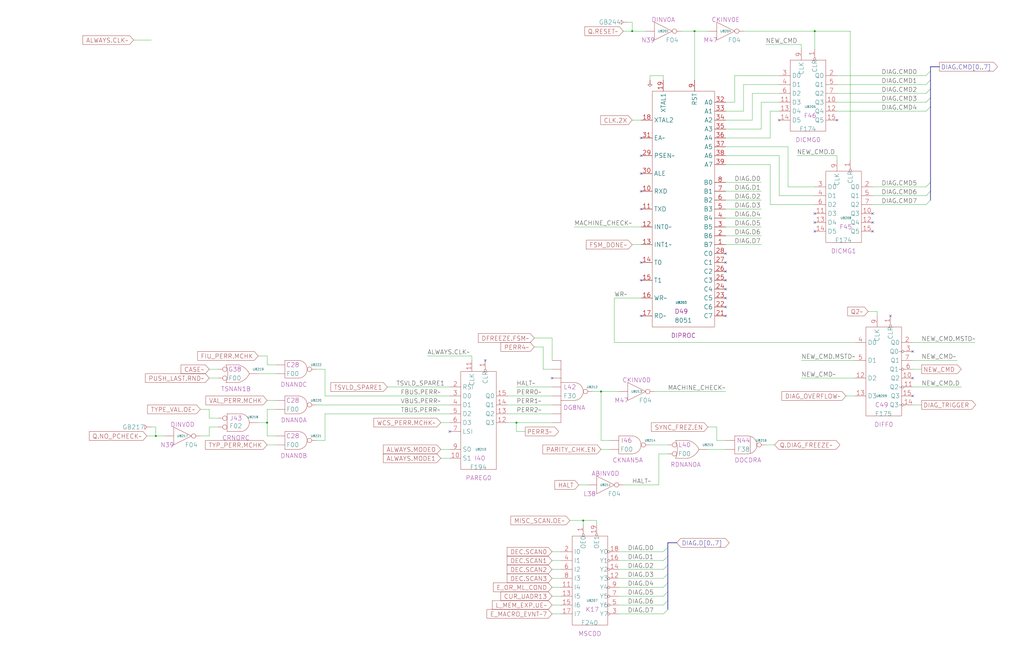
<source format=kicad_sch>
(kicad_sch (version 20230121) (generator eeschema)
  (paper "User" 584.2 378.46)
  (title_block (title "DIAGNOSTIC PROCESSOR") (date "22-MAY-90") (rev "1.0") (comment 1 "SEQUENCER") (comment 2 "232-003064") (comment 3 "S400") (comment 4 "RELEASED"))
  (lib_symbols
    (symbol "r1000:8051" (pin_names (offset 1.016))
      (property "Reference" "U" (at 2.54 5.08 0))
      (property "Value" "8051" (at -1.27 -5.08 0))
      (property "Location" "___" (at -1.27 0 0))
      (property "Name" "______" (at 3.81 -15.24 0))
      (symbol "8051_1_1"
        (rectangle (start -13.97 125.73) (end 21.59 -8.89))
        (pin bidirectional line (at 27.94 38.1 180) (length 6.35) (name "B7") (number "1"))
        (pin input line (at -20.32 68.58 0) (length 6.35) (name "RXD") (number "10"))
        (pin output line (at -20.32 58.42 0) (length 6.35) (name "TXD") (number "11"))
        (pin input line (at -20.32 48.26 0) (length 6.35) (name "INT0~") (number "12"))
        (pin input line (at -20.32 38.1 0) (length 6.35) (name "INT1~") (number "13"))
        (pin bidirectional line (at -20.32 27.94 0) (length 6.35) (name "T0") (number "14"))
        (pin input line (at -20.32 17.78 0) (length 6.35) (name "T1") (number "15"))
        (pin output line (at -20.32 7.62 0) (length 6.35) (name "WR~") (number "16"))
        (pin bidirectional line (at -20.32 -2.54 0) (length 6.35) (name "RD~") (number "17"))
        (pin input line (at -20.32 109.22 0) (length 6.35) (name "XTAL2") (number "18"))
        (pin input line (at -7.62 132.08 270) (length 6.35) (name "XTAL1") (number "19"))
        (pin bidirectional line (at 27.94 43.18 180) (length 6.35) (name "B6") (number "2"))
        (pin bidirectional line (at 27.94 -2.54 180) (length 6.35) (name "C7") (number "21"))
        (pin bidirectional line (at 27.94 2.54 180) (length 6.35) (name "C6") (number "22"))
        (pin bidirectional line (at 27.94 7.62 180) (length 6.35) (name "C5") (number "23"))
        (pin bidirectional line (at 27.94 12.7 180) (length 6.35) (name "C4") (number "24"))
        (pin bidirectional line (at 27.94 17.78 180) (length 6.35) (name "C3") (number "25"))
        (pin bidirectional line (at 27.94 22.86 180) (length 6.35) (name "C2") (number "26"))
        (pin bidirectional line (at 27.94 27.94 180) (length 6.35) (name "C1") (number "27"))
        (pin bidirectional line (at 27.94 33.02 180) (length 6.35) (name "C0") (number "28"))
        (pin output line (at -20.32 88.9 0) (length 6.35) (name "PSEN~") (number "29"))
        (pin bidirectional line (at 27.94 48.26 180) (length 6.35) (name "B5") (number "3"))
        (pin output line (at -20.32 78.74 0) (length 6.35) (name "ALE") (number "30"))
        (pin input line (at -20.32 99.06 0) (length 6.35) (name "EA~") (number "31"))
        (pin output line (at 27.94 119.38 180) (length 6.35) (name "A0") (number "32"))
        (pin output line (at 27.94 114.3 180) (length 6.35) (name "A1") (number "33"))
        (pin output line (at 27.94 109.22 180) (length 6.35) (name "A2") (number "34"))
        (pin output line (at 27.94 104.14 180) (length 6.35) (name "A3") (number "35"))
        (pin output line (at 27.94 99.06 180) (length 6.35) (name "A4") (number "36"))
        (pin output line (at 27.94 93.98 180) (length 6.35) (name "A5") (number "37"))
        (pin output line (at 27.94 88.9 180) (length 6.35) (name "A6") (number "38"))
        (pin output line (at 27.94 83.82 180) (length 6.35) (name "A7") (number "39"))
        (pin bidirectional line (at 27.94 53.34 180) (length 6.35) (name "B4") (number "4"))
        (pin bidirectional line (at 27.94 58.42 180) (length 6.35) (name "B3") (number "5"))
        (pin bidirectional line (at 27.94 63.5 180) (length 6.35) (name "B2") (number "6"))
        (pin bidirectional line (at 27.94 68.58 180) (length 6.35) (name "B1") (number "7"))
        (pin bidirectional line (at 27.94 73.66 180) (length 6.35) (name "B0") (number "8"))
        (pin input line (at 10.16 132.08 270) (length 6.35) (name "RST") (number "9"))
      )
    )
    (symbol "r1000:F00" (pin_numbers hide) (pin_names hide)
      (property "Reference" "U" (at 15.24 0 0))
      (property "Value" "F00" (at 1.905 -5.08 0))
      (property "Location" "___" (at 1.905 0 0))
      (property "Name" "______" (at 2.54 -12.7 0))
      (symbol "F00_0_1"
        (polyline (pts (xy -2.54 -7.62) (xy 5.08 -7.62)) (stroke (width 0.1524)))
        (polyline (pts (xy -2.54 2.54) (xy -2.54 -7.62)) (stroke (width 0.1524)))
        (polyline (pts (xy -2.54 2.54) (xy 5.08 2.54)) (stroke (width 0.1524)))
        (arc (start 5.08 -7.62) (mid 10.1282 -2.54) (end 5.08 2.54) (stroke (width 0.1524)))
        (circle (center 11.43 -2.54) (radius 1.27) (stroke (width 0.1524)))
      )
      (symbol "F00_0_2"
        (circle (center -3.81 -5.08) (radius 1.27) (stroke (width 0.1524)))
        (circle (center -3.81 0) (radius 1.27) (stroke (width 0.1524)))
        (arc (start -3.175 -7.62) (mid -2.134 -2.54) (end -3.175 2.54) (stroke (width 0.1524)))
        (polyline (pts (xy -3.175 -7.62) (xy 3.81 -7.62)) (stroke (width 0.1524)))
        (polyline (pts (xy -3.175 2.54) (xy 3.81 2.54)) (stroke (width 0.1524)))
        (arc (start 3.81 -7.62) (mid 7.5855 -5.8306) (end 10.16 -2.54) (stroke (width 0.1524)))
        (arc (start 10.16 -2.54) (mid 7.5827 0.7471) (end 3.81 2.54) (stroke (width 0.1524)))
      )
      (symbol "F00_1_1"
        (pin input line (at -7.62 0 0) (length 5.08) (name "D0") (number "1"))
        (pin input line (at -7.62 -5.08 0) (length 5.08) (name "D1") (number "2"))
        (pin output line (at 15.24 -2.54 180) (length 2.54) (name "Q") (number "3"))
      )
      (symbol "F00_1_2"
        (pin input line (at -7.62 0 0) (length 2.54) (name "D0") (number "1"))
        (pin input line (at -7.62 -5.08 0) (length 2.54) (name "D1") (number "2"))
        (pin output line (at 15.24 -2.54 180) (length 5.08) (name "Q") (number "3"))
      )
    )
    (symbol "r1000:F02" (pin_numbers hide) (pin_names hide)
      (property "Reference" "U" (at 12.16 0.635 0))
      (property "Value" "F02" (at -1.27 -4.445 0))
      (property "Location" "___" (at 2.54 0 0))
      (property "Name" "______" (at 2.54 -12.7 0))
      (symbol "F02_0_1"
        (arc (start -3.81 -7.62) (mid -2.9847 -2.54) (end -3.81 2.54) (stroke (width 0.1524)))
        (polyline (pts (xy -5.08 -5.08) (xy -3.175 -5.08)) (stroke (width 0.1524)))
        (polyline (pts (xy -5.08 0) (xy -3.175 0)) (stroke (width 0.1524)))
        (polyline (pts (xy -3.81 -7.62) (xy 2.54 -7.62)) (stroke (width 0.1524)))
        (polyline (pts (xy -3.81 2.54) (xy 2.54 2.54)) (stroke (width 0.1524)))
        (polyline (pts (xy 13.97 -2.54) (xy 12.7 -2.54)) (stroke (width 0.1524)))
        (arc (start 2.54 -7.62) (mid 6.9515 -5.9823) (end 10.16 -2.54) (stroke (width 0.1524)))
        (arc (start 10.16 -2.54) (mid 6.9478 0.8966) (end 2.54 2.54) (stroke (width 0.1524)))
        (circle (center 11.43 -2.54) (radius 1.27) (stroke (width 0.1524)))
      )
      (symbol "F02_0_2"
        (circle (center -3.81 -5.08) (radius 1.27) (stroke (width 0.1524)))
        (circle (center -3.81 0) (radius 1.27) (stroke (width 0.1524)))
        (polyline (pts (xy -2.54 -7.62) (xy 5.08 -7.62)) (stroke (width 0.1524)))
        (polyline (pts (xy -2.54 2.54) (xy -2.54 -7.62)) (stroke (width 0.1524)))
        (polyline (pts (xy -2.54 2.54) (xy 5.08 2.54)) (stroke (width 0.1524)))
        (polyline (pts (xy 11.43 -2.54) (xy 10.16 -2.54)) (stroke (width 0.1524)))
        (polyline (pts (xy 11.43 -2.54) (xy 12.7 -2.54)) (stroke (width 0.1524)))
        (arc (start 5.08 -7.62) (mid 10.1282 -2.54) (end 5.08 2.54) (stroke (width 0.1524)))
      )
      (symbol "F02_1_1"
        (pin input line (at -7.62 0 0) (length 2.54) (name "D0") (number "1"))
        (pin input line (at -7.62 -5.08 0) (length 2.54) (name "D1") (number "2"))
        (pin output line (at 15.24 -2.54 180) (length 1.27) (name "Q") (number "3"))
      )
      (symbol "F02_1_2"
        (pin input line (at -7.62 0 0) (length 2.54) (name "D0") (number "1"))
        (pin input line (at -7.62 -5.08 0) (length 2.54) (name "D1") (number "2"))
        (pin output line (at 15.24 -2.54 180) (length 2.54) (name "Q") (number "3"))
      )
    )
    (symbol "r1000:F04" (pin_numbers hide) (pin_names hide)
      (property "Reference" "U" (at 0 0 0))
      (property "Value" "F04" (at 1.27 -5.08 0))
      (property "Location" "___" (at -12.7 -5.08 0))
      (property "Name" "______" (at 0 5.08 0))
      (symbol "F04_0_1"
        (polyline (pts (xy -7.62 0) (xy -5.08 0)) (stroke (width 0.1524)))
        (polyline (pts (xy -5.08 5.08) (xy -5.08 -5.08)) (stroke (width 0.1524)))
        (polyline (pts (xy 5.08 0) (xy -5.08 -5.08)) (stroke (width 0.1524)))
        (polyline (pts (xy 5.08 0) (xy -5.08 5.08)) (stroke (width 0.1524)))
        (circle (center 6.35 0) (radius 1.27) (stroke (width 0.1524)))
      )
      (symbol "F04_1_1"
        (pin input line (at -10.16 0 0) (length 2.54) (name "D0") (number "1"))
        (pin output line (at 10.16 0 180) (length 2.54) (name "Q") (number "2"))
      )
    )
    (symbol "r1000:F174" (pin_names (offset 1.016))
      (property "Reference" "U" (at 2.54 5.08 0))
      (property "Value" "F174" (at -3.81 -7.62 0))
      (property "Location" "___" (at -1.27 0 0))
      (property "Name" "______" (at 1.27 -15.24 0))
      (symbol "F174_1_1"
        (rectangle (start -8.89 31.75) (end 11.43 -8.89))
        (circle (center 5.08 32.385) (radius 0.635))
        (pin input line (at 5.08 38.1 270) (length 5.08) (name "CLR") (number "1"))
        (pin output line (at 17.78 7.62 180) (length 6.35) (name "Q3") (number "10"))
        (pin input line (at -15.24 7.62 0) (length 6.35) (name "D3") (number "11"))
        (pin output line (at 17.78 2.54 180) (length 6.35) (name "Q4") (number "12"))
        (pin input line (at -15.24 2.54 0) (length 6.35) (name "D4") (number "13"))
        (pin input line (at -15.24 -2.54 0) (length 6.35) (name "D5") (number "14"))
        (pin output line (at 17.78 -2.54 180) (length 6.35) (name "Q5") (number "15"))
        (pin output line (at 17.78 22.86 180) (length 6.35) (name "Q0") (number "2"))
        (pin input line (at -15.24 22.86 0) (length 6.35) (name "D0") (number "3"))
        (pin input line (at -15.24 17.78 0) (length 6.35) (name "D1") (number "4"))
        (pin output line (at 17.78 17.78 180) (length 6.35) (name "Q1") (number "5"))
        (pin input line (at -15.24 12.7 0) (length 6.35) (name "D2") (number "6"))
        (pin output line (at 17.78 12.7 180) (length 6.35) (name "Q2") (number "7"))
        (pin input line (at -2.54 38.1 270) (length 6.35) (name "CLK") (number "9"))
      )
    )
    (symbol "r1000:F175" (pin_names (offset 1.016))
      (property "Reference" "U" (at 2.54 5.08 0))
      (property "Value" "F175" (at -1.27 -5.08 0))
      (property "Location" "___" (at -1.27 0 0))
      (property "Name" "______" (at 3.81 -12.7 0))
      (symbol "F175_1_1"
        (rectangle (start -6.35 44.45) (end 13.97 -6.35))
        (circle (center 7.62 45.085) (radius 0.635))
        (circle (center 14.605 0) (radius 0.635))
        (circle (center 14.605 10.16) (radius 0.635))
        (circle (center 14.605 20.32) (radius 0.635))
        (circle (center 14.605 30.48) (radius 0.635))
        (pin input line (at 7.62 50.8 270) (length 5.08) (name "CLR") (number "1"))
        (pin output line (at 20.32 15.24 180) (length 6.35) (name "Q2") (number "10"))
        (pin output line (at 20.32 10.16 180) (length 5.08) (name "Q2~") (number "11"))
        (pin input line (at -12.7 15.24 0) (length 6.35) (name "D2") (number "12"))
        (pin input line (at -12.7 5.08 0) (length 6.35) (name "D3") (number "13"))
        (pin output line (at 20.32 0 180) (length 5.08) (name "Q3~") (number "14"))
        (pin output line (at 20.32 5.08 180) (length 6.35) (name "Q3") (number "15"))
        (pin output line (at 20.32 35.56 180) (length 6.35) (name "Q0") (number "2"))
        (pin output line (at 20.32 30.48 180) (length 5.08) (name "Q0~") (number "3"))
        (pin input line (at -12.7 35.56 0) (length 6.35) (name "D0") (number "4"))
        (pin input line (at -12.7 25.4 0) (length 6.35) (name "D1") (number "5"))
        (pin output line (at 20.32 20.32 180) (length 5.08) (name "Q1~") (number "6"))
        (pin output line (at 20.32 25.4 180) (length 6.35) (name "Q1") (number "7"))
        (pin input line (at 0 50.8 270) (length 6.35) (name "CLK") (number "9"))
      )
    )
    (symbol "r1000:F194" (pin_names (offset 1.016))
      (property "Reference" "U" (at 2.54 5.08 0))
      (property "Value" "F194" (at -3.81 -5.08 0))
      (property "Location" "___" (at -1.27 0 0))
      (property "Name" "______" (at 1.27 -12.7 0))
      (symbol "F194_1_1"
        (rectangle (start -8.89 49.53) (end 11.43 -6.35))
        (circle (center 5.08 50.165) (radius 0.635))
        (pin input line (at 5.08 55.88 270) (length 5.08) (name "CLR") (number "1"))
        (pin input line (at -15.24 0 0) (length 6.35) (name "S1") (number "10"))
        (pin input line (at -2.54 55.88 270) (length 6.35) (name "CLK") (number "11"))
        (pin output line (at 17.78 20.32 180) (length 6.35) (name "Q3") (number "12"))
        (pin output line (at 17.78 25.4 180) (length 6.35) (name "Q2") (number "13"))
        (pin output line (at 17.78 30.48 180) (length 6.35) (name "Q1") (number "14"))
        (pin output line (at 17.78 35.56 180) (length 6.35) (name "Q0") (number "15"))
        (pin input line (at -15.24 40.64 0) (length 6.35) (name "RSI") (number "2"))
        (pin input line (at -15.24 35.56 0) (length 6.35) (name "D0") (number "3"))
        (pin input line (at -15.24 30.48 0) (length 6.35) (name "D1") (number "4"))
        (pin input line (at -15.24 25.4 0) (length 6.35) (name "D2") (number "5"))
        (pin input line (at -15.24 20.32 0) (length 6.35) (name "D3") (number "6"))
        (pin input line (at -15.24 15.24 0) (length 6.35) (name "LSI") (number "7"))
        (pin input line (at -15.24 5.08 0) (length 6.35) (name "S0") (number "9"))
      )
    )
    (symbol "r1000:F240" (pin_names (offset 1.016))
      (property "Reference" "U" (at 2.54 5.08 0))
      (property "Value" "F240" (at -3.81 -7.62 0))
      (property "Location" "___" (at -1.27 0 0))
      (property "Name" "______" (at 1.27 -15.24 0))
      (symbol "F240_1_1"
        (rectangle (start -8.89 41.91) (end 11.43 -8.89))
        (circle (center -2.54 42.545) (radius 0.635))
        (circle (center 5.08 42.545) (radius 0.635))
        (circle (center 12.065 -2.54) (radius 0.635))
        (circle (center 12.065 2.54) (radius 0.635))
        (circle (center 12.065 7.62) (radius 0.635))
        (circle (center 12.065 12.7) (radius 0.635))
        (circle (center 12.065 17.78) (radius 0.635))
        (circle (center 12.065 22.86) (radius 0.635))
        (circle (center 12.065 27.94) (radius 0.635))
        (circle (center 12.065 33.02) (radius 0.635))
        (pin input line (at -2.54 48.26 270) (length 5.08) (name "OE0") (number "1"))
        (pin input line (at -15.24 12.7 0) (length 6.35) (name "I4") (number "11"))
        (pin tri_state line (at 17.78 17.78 180) (length 5.08) (name "Y3") (number "12"))
        (pin input line (at -15.24 7.62 0) (length 6.35) (name "I5") (number "13"))
        (pin tri_state line (at 17.78 22.86 180) (length 5.08) (name "Y2") (number "14"))
        (pin input line (at -15.24 2.54 0) (length 6.35) (name "I6") (number "15"))
        (pin tri_state line (at 17.78 27.94 180) (length 5.08) (name "Y1") (number "16"))
        (pin input line (at -15.24 -2.54 0) (length 6.35) (name "I7") (number "17"))
        (pin tri_state line (at 17.78 33.02 180) (length 5.08) (name "Y0") (number "18"))
        (pin input line (at 5.08 48.26 270) (length 5.08) (name "OE1") (number "19"))
        (pin input line (at -15.24 33.02 0) (length 6.35) (name "I0") (number "2"))
        (pin tri_state line (at 17.78 -2.54 180) (length 5.08) (name "Y7") (number "3"))
        (pin input line (at -15.24 27.94 0) (length 6.35) (name "I1") (number "4"))
        (pin tri_state line (at 17.78 2.54 180) (length 5.08) (name "Y6") (number "5"))
        (pin input line (at -15.24 22.86 0) (length 6.35) (name "I2") (number "6"))
        (pin tri_state line (at 17.78 7.62 180) (length 5.08) (name "Y5") (number "7"))
        (pin input line (at -15.24 17.78 0) (length 6.35) (name "I3") (number "8"))
        (pin tri_state line (at 17.78 12.7 180) (length 5.08) (name "Y4") (number "9"))
      )
    )
    (symbol "r1000:F30" (pin_numbers hide) (pin_names hide)
      (property "Reference" "U" (at 15.24 2.54 0))
      (property "Value" "F30" (at 2.54 -2.54 0))
      (property "Location" "___" (at 2.54 2.54 0))
      (property "Name" "______" (at 5.08 -10.62 0))
      (symbol "F30_0_0"
        (polyline (pts (xy -2.54 -5.08) (xy 5.08 -5.08)) (stroke (width 0.1524)))
        (polyline (pts (xy -2.54 5.08) (xy 5.08 5.08)) (stroke (width 0.1524)))
        (arc (start 5.08 -5.08) (mid 8.6721 -3.5921) (end 10.16 0) (stroke (width 0.1524)))
        (arc (start 10.16 0) (mid 8.6721 3.5921) (end 5.08 5.08) (stroke (width 0.1524)))
        (circle (center 11.43 0) (radius 1.27) (stroke (width 0.1524)))
      )
      (symbol "F30_0_1"
        (polyline (pts (xy -2.54 -7.62) (xy -2.54 -17.78)) (stroke (width 0.1524)))
        (polyline (pts (xy -2.54 -5.08) (xy -2.54 -7.62)) (stroke (width 0.1524)))
        (polyline (pts (xy -2.54 5.08) (xy -2.54 -5.08)) (stroke (width 0.1524)))
        (polyline (pts (xy -2.54 7.62) (xy -2.54 5.08)) (stroke (width 0.1524)))
        (polyline (pts (xy -2.54 17.145) (xy -2.54 7.62)) (stroke (width 0.1524)))
        (polyline (pts (xy -2.54 17.78) (xy -2.54 17.145)) (stroke (width 0.1524)))
      )
      (symbol "F30_1_1"
        (pin input line (at -7.62 7.62 0) (length 5.08) (name "D2") (number "1"))
        (pin input line (at -7.62 17.78 0) (length 5.08) (name "D0") (number "11"))
        (pin input line (at -7.62 12.7 0) (length 5.08) (name "D1") (number "12"))
        (pin input line (at -7.62 2.54 0) (length 5.08) (name "D3") (number "2"))
        (pin input line (at -7.62 -2.54 0) (length 5.08) (name "D4") (number "3"))
        (pin input line (at -7.62 -7.62 0) (length 5.08) (name "D5") (number "4"))
        (pin input line (at -7.62 -12.7 0) (length 5.08) (name "D6") (number "5"))
        (pin input line (at -7.62 -17.78 0) (length 5.08) (name "D7") (number "6"))
        (pin output line (at 15.24 0 180) (length 2.54) (name "Q") (number "8"))
      )
    )
    (symbol "r1000:F38" (pin_numbers hide) (pin_names hide)
      (property "Reference" "U" (at 12.7 2.54 0))
      (property "Value" "F38" (at 2.54 -2.54 0))
      (property "Location" "___" (at 2.54 2.54 0))
      (property "Name" "______" (at 5.08 -10.16 0))
      (symbol "F38_0_1"
        (polyline (pts (xy -2.54 -5.08) (xy 5.08 -5.08)) (stroke (width 0.1524)))
        (polyline (pts (xy -2.54 5.08) (xy -2.54 -5.08)) (stroke (width 0.1524)))
        (polyline (pts (xy -2.54 5.08) (xy 5.08 5.08)) (stroke (width 0.1524)))
        (polyline (pts (xy 6.45 4.9) (xy 6.45 -4.9)) (stroke (width 0.1524)))
        (arc (start 5.08 -5.08) (mid 8.6786 -3.5986) (end 10.16 0) (stroke (width 0.1524)))
        (arc (start 10.16 0) (mid 8.6721 3.5921) (end 5.08 5.08) (stroke (width 0.1524)))
        (circle (center 11.43 0) (radius 1.27) (stroke (width 0.1524)))
      )
      (symbol "F38_0_2"
        (arc (start -3.81 -5.08) (mid -1.8386 0) (end -3.81 5.08) (stroke (width 0.1524)))
        (circle (center -3.81 -2.54) (radius 1.27) (stroke (width 0.1524)))
        (circle (center -3.81 2.54) (radius 1.27) (stroke (width 0.1524)))
        (polyline (pts (xy -3.81 -5.08) (xy 2.54 -5.08)) (stroke (width 0.1524)))
        (polyline (pts (xy -3.81 5.08) (xy 2.54 5.08)) (stroke (width 0.1524)))
        (polyline (pts (xy 7.62 3.175) (xy 7.62 -3.175)) (stroke (width 0.1524)))
        (arc (start 2.54 -5.08) (mid 7.0537 -3.5955) (end 10.16 0) (stroke (width 0.1524)))
        (arc (start 10.16 0) (mid 7.0527 3.594) (end 2.54 5.08) (stroke (width 0.1524)))
      )
      (symbol "F38_1_1"
        (pin input line (at -7.62 2.54 0) (length 5.08) (name "D0") (number "1"))
        (pin input line (at -7.62 -2.54 0) (length 5.08) (name "D1") (number "2"))
        (pin open_collector line (at 15.24 0 180) (length 2.54) (name "Q") (number "3"))
      )
      (symbol "F38_1_2"
        (pin input line (at -7.62 2.54 0) (length 2.54) (name "D0") (number "1"))
        (pin input line (at -7.62 -2.54 0) (length 2.54) (name "D1") (number "2"))
        (pin open_collector line (at 15.24 0 180) (length 5.08) (name "Q") (number "3"))
      )
    )
    (symbol "r1000:GB" (pin_numbers hide) (pin_names (offset 0) hide)
      (property "Reference" "GB" (at 3.81 0 0))
      (symbol "GB_0_1"
        (polyline (pts (xy 2.54 0) (xy 3.81 1.27) (xy 3.81 -1.27) (xy 2.54 0)) (stroke (width 0.1524)))
      )
      (symbol "GB_1_1"
        (pin bidirectional line (at 0 0 0) (length 2.54) (name "") (number "1"))
      )
    )
    (symbol "r1000:PD" (power) (pin_numbers hide) (pin_names hide) (in_bom no)
      (symbol "PD_0_1"
        (polyline (pts (xy 0 -2.54) (xy 1.27 -2.54) (xy 0 -3.81) (xy -1.27 -2.54) (xy 0 -2.54)) (stroke (width 0.1524)))
      )
      (symbol "PD_1_1"
        (pin power_in line (at 0 0 270) (length 2.54) (name "PD") (number "1"))
      )
    )
  )
  (junction (at 88.9 248.92))
  (junction (at 360.68 17.78))
  (junction (at 396.24 17.78))
  (junction (at 152.4 241.3))
  (junction (at 332.74 297.18))
  (junction (at 342.9 223.52))
  (junction (at 464.82 17.78))
  (junction (at 294.64 241.3))
  (no_connect (at 256.54 246.38))
  (no_connect (at 497.84 121.92))
  (no_connect (at 276.86 205.74))
  (no_connect (at 477.52 68.58))
  (no_connect (at 414.02 180.34))
  (no_connect (at 497.84 127))
  (no_connect (at 414.02 175.26))
  (no_connect (at 365.76 78.74))
  (no_connect (at 414.02 165.1))
  (no_connect (at 464.82 121.92))
  (no_connect (at 520.7 200.66))
  (no_connect (at 414.02 160.02))
  (no_connect (at 365.76 160.02))
  (no_connect (at 414.02 144.78))
  (no_connect (at 414.02 154.94))
  (no_connect (at 365.76 109.22))
  (no_connect (at 365.76 119.38))
  (no_connect (at 365.76 149.86))
  (no_connect (at 365.76 180.34))
  (no_connect (at 314.96 215.9))
  (no_connect (at 508 180.34))
  (no_connect (at 414.02 149.86))
  (no_connect (at 414.02 170.18))
  (no_connect (at 497.84 132.08))
  (no_connect (at 464.82 127))
  (no_connect (at 365.76 99.06))
  (no_connect (at 464.82 132.08))
  (no_connect (at 520.7 226.06))
  (no_connect (at 520.7 215.9))
  (no_connect (at 444.5 68.58))
  (no_connect (at 365.76 88.9))
  (bus_entry (at 381 347.98) (size -2.54 2.54))
  (bus_entry (at 381 317.5) (size -2.54 2.54))
  (bus_entry (at 381 322.58) (size -2.54 2.54))
  (bus_entry (at 528.32 63.5) (size 2.54 -2.54))
  (bus_entry (at 381 337.82) (size -2.54 2.54))
  (bus_entry (at 528.32 106.68) (size 2.54 -2.54))
  (bus_entry (at 528.32 48.26) (size 2.54 -2.54))
  (bus_entry (at 381 327.66) (size -2.54 2.54))
  (bus_entry (at 381 332.74) (size -2.54 2.54))
  (bus_entry (at 528.32 58.42) (size 2.54 -2.54))
  (bus_entry (at 528.32 43.18) (size 2.54 -2.54))
  (bus_entry (at 381 312.42) (size -2.54 2.54))
  (bus_entry (at 528.32 53.34) (size 2.54 -2.54))
  (bus_entry (at 381 342.9) (size -2.54 2.54))
  (bus_entry (at 528.32 116.84) (size 2.54 -2.54))
  (bus_entry (at 528.32 111.76) (size 2.54 -2.54))
  (wire (pts (xy 439.42 116.84) (xy 464.82 116.84)))
  (wire (pts (xy 485.14 17.78) (xy 485.14 91.44)))
  (wire (pts (xy 152.4 203.2) (xy 147.32 203.2)))
  (wire (pts (xy 355.6 17.78) (xy 360.68 17.78)))
  (wire (pts (xy 414.02 119.38) (xy 434.34 119.38)))
  (wire (pts (xy 457.2 215.9) (xy 487.68 215.9)))
  (bus (pts (xy 381 322.58) (xy 381 327.66)))
  (wire (pts (xy 332.74 297.18) (xy 332.74 299.72)))
  (wire (pts (xy 314.96 193.04) (xy 314.96 205.74)))
  (wire (pts (xy 464.82 17.78) (xy 485.14 17.78)))
  (bus (pts (xy 381 309.88) (xy 381 312.42)))
  (wire (pts (xy 185.42 236.22) (xy 256.54 236.22)))
  (wire (pts (xy 76.2 22.86) (xy 86.36 22.86)))
  (wire (pts (xy 477.52 43.18) (xy 528.32 43.18)))
  (wire (pts (xy 370.84 254) (xy 381 254)))
  (wire (pts (xy 424.18 48.26) (xy 424.18 63.5)))
  (wire (pts (xy 152.4 208.28) (xy 152.4 203.2)))
  (wire (pts (xy 251.46 261.62) (xy 256.54 261.62)))
  (wire (pts (xy 419.1 58.42) (xy 414.02 58.42)))
  (wire (pts (xy 477.52 58.42) (xy 528.32 58.42)))
  (wire (pts (xy 294.64 241.3) (xy 294.64 246.38)))
  (wire (pts (xy 314.96 335.28) (xy 320.04 335.28)))
  (wire (pts (xy 388.62 17.78) (xy 396.24 17.78)))
  (wire (pts (xy 520.7 195.58) (xy 556.26 195.58)))
  (bus (pts (xy 530.86 104.14) (xy 530.86 109.22)))
  (wire (pts (xy 342.9 223.52) (xy 342.9 251.46)))
  (bus (pts (xy 530.86 60.96) (xy 530.86 55.88)))
  (wire (pts (xy 360.68 68.58) (xy 365.76 68.58)))
  (wire (pts (xy 419.1 43.18) (xy 419.1 58.42)))
  (wire (pts (xy 449.58 106.68) (xy 464.82 106.68)))
  (wire (pts (xy 251.46 256.54) (xy 256.54 256.54)))
  (wire (pts (xy 220.98 220.98) (xy 256.54 220.98)))
  (wire (pts (xy 355.6 276.86) (xy 375.92 276.86)))
  (wire (pts (xy 375.92 276.86) (xy 375.92 259.08)))
  (wire (pts (xy 439.42 63.5) (xy 439.42 78.74)))
  (wire (pts (xy 152.4 241.3) (xy 152.4 248.92)))
  (wire (pts (xy 152.4 248.92) (xy 157.48 248.92)))
  (wire (pts (xy 370.84 43.18) (xy 378.46 43.18)))
  (bus (pts (xy 530.86 40.64) (xy 530.86 38.1)))
  (wire (pts (xy 88.9 243.84) (xy 86.36 243.84)))
  (wire (pts (xy 350.52 195.58) (xy 487.68 195.58)))
  (wire (pts (xy 152.4 228.6) (xy 157.48 228.6)))
  (wire (pts (xy 434.34 73.66) (xy 414.02 73.66)))
  (wire (pts (xy 457.2 205.74) (xy 487.68 205.74)))
  (wire (pts (xy 269.24 205.74) (xy 269.24 203.2)))
  (wire (pts (xy 119.38 238.76) (xy 124.46 238.76)))
  (wire (pts (xy 373.38 223.52) (xy 414.02 223.52)))
  (wire (pts (xy 180.34 251.46) (xy 185.42 251.46)))
  (bus (pts (xy 381 309.88) (xy 386.08 309.88)))
  (wire (pts (xy 332.74 297.18) (xy 340.36 297.18)))
  (wire (pts (xy 414.02 104.14) (xy 434.34 104.14)))
  (wire (pts (xy 185.42 251.46) (xy 185.42 236.22)))
  (wire (pts (xy 314.96 314.96) (xy 320.04 314.96)))
  (wire (pts (xy 396.24 17.78) (xy 403.86 17.78)))
  (wire (pts (xy 414.02 109.22) (xy 434.34 109.22)))
  (wire (pts (xy 439.42 116.84) (xy 439.42 93.98)))
  (wire (pts (xy 477.52 88.9) (xy 477.52 91.44)))
  (wire (pts (xy 350.52 195.58) (xy 350.52 170.18)))
  (wire (pts (xy 299.72 246.38) (xy 294.64 246.38)))
  (wire (pts (xy 439.42 93.98) (xy 414.02 93.98)))
  (wire (pts (xy 449.58 83.82) (xy 414.02 83.82)))
  (wire (pts (xy 358.14 12.7) (xy 360.68 12.7)))
  (wire (pts (xy 314.96 340.36) (xy 320.04 340.36)))
  (wire (pts (xy 119.38 233.68) (xy 119.38 238.76)))
  (wire (pts (xy 88.9 248.92) (xy 93.98 248.92)))
  (bus (pts (xy 530.86 60.96) (xy 530.86 104.14)))
  (wire (pts (xy 353.06 335.28) (xy 378.46 335.28)))
  (wire (pts (xy 497.84 111.76) (xy 528.32 111.76)))
  (wire (pts (xy 454.66 88.9) (xy 477.52 88.9)))
  (wire (pts (xy 83.82 248.92) (xy 88.9 248.92)))
  (wire (pts (xy 294.64 241.3) (xy 314.96 241.3)))
  (wire (pts (xy 403.86 256.54) (xy 414.02 256.54)))
  (wire (pts (xy 439.42 63.5) (xy 444.5 63.5)))
  (wire (pts (xy 185.42 226.06) (xy 185.42 210.82)))
  (wire (pts (xy 477.52 48.26) (xy 528.32 48.26)))
  (wire (pts (xy 360.68 17.78) (xy 368.3 17.78)))
  (wire (pts (xy 457.2 25.4) (xy 457.2 27.94)))
  (wire (pts (xy 360.68 139.7) (xy 365.76 139.7)))
  (bus (pts (xy 381 342.9) (xy 381 347.98)))
  (wire (pts (xy 314.96 345.44) (xy 320.04 345.44)))
  (wire (pts (xy 152.4 241.3) (xy 152.4 233.68)))
  (wire (pts (xy 289.56 226.06) (xy 314.96 226.06)))
  (wire (pts (xy 152.4 233.68) (xy 157.48 233.68)))
  (wire (pts (xy 124.46 243.84) (xy 119.38 243.84)))
  (bus (pts (xy 381 312.42) (xy 381 317.5)))
  (wire (pts (xy 360.68 12.7) (xy 360.68 17.78)))
  (wire (pts (xy 495.3 177.8) (xy 500.38 177.8)))
  (bus (pts (xy 530.86 55.88) (xy 530.86 50.8)))
  (wire (pts (xy 477.52 53.34) (xy 528.32 53.34)))
  (wire (pts (xy 294.64 220.98) (xy 314.96 220.98)))
  (wire (pts (xy 436.88 25.4) (xy 457.2 25.4)))
  (wire (pts (xy 347.98 251.46) (xy 342.9 251.46)))
  (wire (pts (xy 342.9 256.54) (xy 347.98 256.54)))
  (wire (pts (xy 403.86 243.84) (xy 408.94 243.84)))
  (wire (pts (xy 88.9 248.92) (xy 88.9 243.84)))
  (wire (pts (xy 353.06 340.36) (xy 378.46 340.36)))
  (wire (pts (xy 424.18 48.26) (xy 444.5 48.26)))
  (wire (pts (xy 482.6 226.06) (xy 487.68 226.06)))
  (wire (pts (xy 434.34 58.42) (xy 444.5 58.42)))
  (wire (pts (xy 353.06 330.2) (xy 378.46 330.2)))
  (wire (pts (xy 350.52 170.18) (xy 365.76 170.18)))
  (wire (pts (xy 444.5 88.9) (xy 414.02 88.9)))
  (wire (pts (xy 370.84 45.72) (xy 370.84 43.18)))
  (wire (pts (xy 180.34 231.14) (xy 256.54 231.14)))
  (wire (pts (xy 378.46 43.18) (xy 378.46 45.72)))
  (wire (pts (xy 353.06 314.96) (xy 378.46 314.96)))
  (wire (pts (xy 353.06 345.44) (xy 378.46 345.44)))
  (wire (pts (xy 185.42 226.06) (xy 256.54 226.06)))
  (wire (pts (xy 304.8 193.04) (xy 314.96 193.04)))
  (bus (pts (xy 381 317.5) (xy 381 322.58)))
  (wire (pts (xy 289.56 241.3) (xy 294.64 241.3)))
  (wire (pts (xy 477.52 63.5) (xy 528.32 63.5)))
  (wire (pts (xy 414.02 134.62) (xy 434.34 134.62)))
  (wire (pts (xy 342.9 223.52) (xy 353.06 223.52)))
  (bus (pts (xy 530.86 50.8) (xy 530.86 45.72)))
  (bus (pts (xy 530.86 40.64) (xy 530.86 45.72)))
  (wire (pts (xy 289.56 236.22) (xy 314.96 236.22)))
  (wire (pts (xy 325.12 297.18) (xy 332.74 297.18)))
  (wire (pts (xy 251.46 241.3) (xy 256.54 241.3)))
  (wire (pts (xy 119.38 215.9) (xy 124.46 215.9)))
  (wire (pts (xy 414.02 114.3) (xy 434.34 114.3)))
  (wire (pts (xy 353.06 320.04) (xy 378.46 320.04)))
  (wire (pts (xy 439.42 78.74) (xy 414.02 78.74)))
  (wire (pts (xy 396.24 45.72) (xy 396.24 17.78)))
  (wire (pts (xy 337.82 223.52) (xy 342.9 223.52)))
  (wire (pts (xy 147.32 241.3) (xy 152.4 241.3)))
  (bus (pts (xy 381 332.74) (xy 381 337.82)))
  (wire (pts (xy 429.26 68.58) (xy 414.02 68.58)))
  (wire (pts (xy 444.5 111.76) (xy 444.5 88.9)))
  (wire (pts (xy 497.84 106.68) (xy 528.32 106.68)))
  (wire (pts (xy 434.34 58.42) (xy 434.34 73.66)))
  (wire (pts (xy 520.7 205.74) (xy 546.1 205.74)))
  (wire (pts (xy 309.88 198.12) (xy 309.88 210.82)))
  (wire (pts (xy 520.7 231.14) (xy 525.78 231.14)))
  (wire (pts (xy 436.88 254) (xy 441.96 254)))
  (wire (pts (xy 327.66 129.54) (xy 365.76 129.54)))
  (wire (pts (xy 114.3 233.68) (xy 119.38 233.68)))
  (wire (pts (xy 429.26 53.34) (xy 444.5 53.34)))
  (wire (pts (xy 408.94 243.84) (xy 408.94 251.46)))
  (wire (pts (xy 444.5 111.76) (xy 464.82 111.76)))
  (wire (pts (xy 119.38 243.84) (xy 119.38 248.92)))
  (wire (pts (xy 289.56 231.14) (xy 314.96 231.14)))
  (wire (pts (xy 414.02 124.46) (xy 434.34 124.46)))
  (wire (pts (xy 180.34 210.82) (xy 185.42 210.82)))
  (wire (pts (xy 408.94 251.46) (xy 414.02 251.46)))
  (wire (pts (xy 309.88 210.82) (xy 314.96 210.82)))
  (wire (pts (xy 314.96 325.12) (xy 320.04 325.12)))
  (wire (pts (xy 449.58 106.68) (xy 449.58 83.82)))
  (wire (pts (xy 497.84 116.84) (xy 528.32 116.84)))
  (wire (pts (xy 147.32 213.36) (xy 157.48 213.36)))
  (wire (pts (xy 243.84 203.2) (xy 269.24 203.2)))
  (wire (pts (xy 152.4 254) (xy 157.48 254)))
  (wire (pts (xy 114.3 248.92) (xy 119.38 248.92)))
  (wire (pts (xy 353.06 325.12) (xy 378.46 325.12)))
  (wire (pts (xy 414.02 129.54) (xy 434.34 129.54)))
  (bus (pts (xy 530.86 38.1) (xy 535.94 38.1)))
  (wire (pts (xy 152.4 208.28) (xy 157.48 208.28)))
  (wire (pts (xy 330.2 276.86) (xy 335.28 276.86)))
  (wire (pts (xy 314.96 330.2) (xy 320.04 330.2)))
  (wire (pts (xy 340.36 297.18) (xy 340.36 299.72)))
  (bus (pts (xy 530.86 114.3) (xy 530.86 109.22)))
  (wire (pts (xy 375.92 259.08) (xy 381 259.08)))
  (wire (pts (xy 119.38 210.82) (xy 124.46 210.82)))
  (wire (pts (xy 520.7 210.82) (xy 525.78 210.82)))
  (bus (pts (xy 381 327.66) (xy 381 332.74)))
  (wire (pts (xy 424.18 63.5) (xy 414.02 63.5)))
  (wire (pts (xy 419.1 43.18) (xy 444.5 43.18)))
  (wire (pts (xy 304.8 198.12) (xy 309.88 198.12)))
  (wire (pts (xy 414.02 139.7) (xy 434.34 139.7)))
  (wire (pts (xy 429.26 53.34) (xy 429.26 68.58)))
  (wire (pts (xy 314.96 350.52) (xy 320.04 350.52)))
  (wire (pts (xy 353.06 350.52) (xy 378.46 350.52)))
  (wire (pts (xy 520.7 220.98) (xy 548.64 220.98)))
  (wire (pts (xy 424.18 17.78) (xy 464.82 17.78)))
  (bus (pts (xy 381 337.82) (xy 381 342.9)))
  (wire (pts (xy 500.38 177.8) (xy 500.38 180.34)))
  (wire (pts (xy 314.96 320.04) (xy 320.04 320.04)))
  (wire (pts (xy 464.82 17.78) (xy 464.82 27.94)))
  (label "VBUS.PERR~" (at 228.6 231.14 0) (effects (font (size 2.54 2.54))))
  (label "DIAG.CMD5" (at 502.92 106.68 0) (effects (font (size 2.54 2.54))))
  (label "MACHINE_CHECK~" (at 327.66 129.54 0) (effects (font (size 2.54 2.54))))
  (label "NEW_CMD~" (at 525.78 205.74 0) (effects (font (size 2.54 2.54))))
  (label "NEW_CMD.D" (at 454.66 88.9 0) (effects (font (size 2.54 2.54))))
  (label "NEW_CMD" (at 436.88 25.4 0) (effects (font (size 2.54 2.54))))
  (label "DIAG.D4" (at 358.14 335.28 0) (effects (font (size 2.54 2.54))))
  (label "DIAG.D7" (at 358.14 350.52 0) (effects (font (size 2.54 2.54))))
  (label "TBUS.PERR~" (at 228.6 236.22 0) (effects (font (size 2.54 2.54))))
  (label "NEW_CMD.MSTD~" (at 457.2 205.74 0) (effects (font (size 2.54 2.54))))
  (label "PERR1~" (at 294.64 231.14 0) (effects (font (size 2.54 2.54))))
  (label "HALT~" (at 294.64 220.98 0) (effects (font (size 2.54 2.54))))
  (label "DIAG.D1" (at 358.14 320.04 0) (effects (font (size 2.54 2.54))))
  (label "DIAG.D6" (at 419.1 134.62 0) (effects (font (size 2.54 2.54))))
  (label "DIAG.CMD1" (at 502.92 48.26 0) (effects (font (size 2.54 2.54))))
  (label "DIAG.D4" (at 419.1 124.46 0) (effects (font (size 2.54 2.54))))
  (label "WR~" (at 350.52 170.18 0) (effects (font (size 2.54 2.54))))
  (label "DIAG.CMD4" (at 502.92 63.5 0) (effects (font (size 2.54 2.54))))
  (label "DIAG.D0" (at 358.14 314.96 0) (effects (font (size 2.54 2.54))))
  (label "DIAG.D2" (at 358.14 325.12 0) (effects (font (size 2.54 2.54))))
  (label "TSVLD_SPARE1" (at 226.06 220.98 0) (effects (font (size 2.54 2.54))))
  (label "DIAG.CMD6" (at 502.92 111.76 0) (effects (font (size 2.54 2.54))))
  (label "NEW_CMD.D" (at 525.78 220.98 0) (effects (font (size 2.54 2.54))))
  (label "PERR2~" (at 294.64 236.22 0) (effects (font (size 2.54 2.54))))
  (label "DIAG.D3" (at 419.1 119.38 0) (effects (font (size 2.54 2.54))))
  (label "DIAG.D3" (at 358.14 330.2 0) (effects (font (size 2.54 2.54))))
  (label "DIAG.CMD0" (at 502.92 43.18 0) (effects (font (size 2.54 2.54))))
  (label "DIAG.CMD7" (at 502.92 116.84 0) (effects (font (size 2.54 2.54))))
  (label "DIAG.D1" (at 419.1 109.22 0) (effects (font (size 2.54 2.54))))
  (label "NEW_CMD~" (at 457.2 215.9 0) (effects (font (size 2.54 2.54))))
  (label "ALWAYS.CLK~" (at 243.84 203.2 0) (effects (font (size 2.54 2.54))))
  (label "PERR0~" (at 294.64 226.06 0) (effects (font (size 2.54 2.54))))
  (label "NEW_CMD.MSTD~" (at 525.78 195.58 0) (effects (font (size 2.54 2.54))))
  (label "DIAG.D7" (at 419.1 139.7 0) (effects (font (size 2.54 2.54))))
  (label "DIAG.D5" (at 419.1 129.54 0) (effects (font (size 2.54 2.54))))
  (label "DIAG.CMD3" (at 502.92 58.42 0) (effects (font (size 2.54 2.54))))
  (label "MACHINE_CHECK~" (at 381 223.52 0) (effects (font (size 2.54 2.54))))
  (label "DIAG.D6" (at 358.14 345.44 0) (effects (font (size 2.54 2.54))))
  (label "DIAG.D2" (at 419.1 114.3 0) (effects (font (size 2.54 2.54))))
  (label "DIAG.D5" (at 358.14 340.36 0) (effects (font (size 2.54 2.54))))
  (label "HALT~" (at 360.68 276.86 0) (effects (font (size 2.54 2.54))))
  (label "FBUS.PERR~" (at 228.6 226.06 0) (effects (font (size 2.54 2.54))))
  (label "DIAG.D0" (at 419.1 104.14 0) (effects (font (size 2.54 2.54))))
  (label "DIAG.CMD2" (at 502.92 53.34 0) (effects (font (size 2.54 2.54))))
  (global_label "FIU_PERR.MCHK" (shape input) (at 147.32 203.2 180) (effects (font (size 2.54 2.54))) (property "Intersheetrefs" "${INTERSHEET_REFS}" (at 112.7397 203.0413 0) (effects (font (size 1.905 1.905)) (justify right))))
  (global_label "DEC.SCAN2" (shape input) (at 314.96 325.12 180) (effects (font (size 2.54 2.54))) (property "Intersheetrefs" "${INTERSHEET_REFS}" (at 289.3302 324.9613 0) (effects (font (size 1.905 1.905)) (justify right))))
  (global_label "DEC.SCAN1" (shape input) (at 314.96 320.04 180) (effects (font (size 2.54 2.54))) (property "Intersheetrefs" "${INTERSHEET_REFS}" (at 289.3302 319.8813 0) (effects (font (size 1.905 1.905)) (justify right))))
  (global_label "ALWAYS.MODE0" (shape input) (at 251.46 256.54 180) (effects (font (size 2.54 2.54))) (property "Intersheetrefs" "${INTERSHEET_REFS}" (at 217.5191 256.54 0) (effects (font (size 1.905 1.905)) (justify right))))
  (global_label "DEC.SCAN3" (shape input) (at 314.96 330.2 180) (effects (font (size 2.54 2.54))) (property "Intersheetrefs" "${INTERSHEET_REFS}" (at 289.3302 330.0413 0) (effects (font (size 1.905 1.905)) (justify right))))
  (global_label "Q.DIAG_FREEZE~" (shape bidirectional) (at 441.96 254 0) (effects (font (size 2.54 2.54))) (property "Intersheetrefs" "${INTERSHEET_REFS}" (at 476.9031 253.8413 0) (effects (font (size 1.905 1.905)) (justify left))))
  (global_label "PARITY_CHK.EN" (shape input) (at 342.9 256.54 180) (effects (font (size 2.54 2.54))) (property "Intersheetrefs" "${INTERSHEET_REFS}" (at 309.6502 256.3813 0) (effects (font (size 1.905 1.905)) (justify right))))
  (global_label "Q2~" (shape input) (at 495.3 177.8 180) (effects (font (size 2.54 2.54))) (property "Intersheetrefs" "${INTERSHEET_REFS}" (at 483.5797 177.6413 0) (effects (font (size 1.905 1.905)) (justify right))))
  (global_label "CASE~" (shape input) (at 119.38 210.82 180) (effects (font (size 2.54 2.54))) (property "Intersheetrefs" "${INTERSHEET_REFS}" (at 103.3054 210.6613 0) (effects (font (size 1.905 1.905)) (justify right))))
  (global_label "SYNC_FREZ.EN" (shape input) (at 403.86 243.84 180) (effects (font (size 2.54 2.54))) (property "Intersheetrefs" "${INTERSHEET_REFS}" (at 371.6988 243.6813 0) (effects (font (size 1.905 1.905)) (justify right))))
  (global_label "PERR3~" (shape output) (at 299.72 246.38 0) (effects (font (size 2.54 2.54))) (property "Intersheetrefs" "${INTERSHEET_REFS}" (at 318.6974 246.2213 0) (effects (font (size 1.905 1.905)) (justify left))))
  (global_label "DIAG_TRIGGER" (shape output) (at 525.78 231.14 0) (effects (font (size 2.54 2.54))) (property "Intersheetrefs" "${INTERSHEET_REFS}" (at 556.6108 230.9813 0) (effects (font (size 1.905 1.905)) (justify left))))
  (global_label "DIAG.CMD[0..7]" (shape output) (at 535.94 38.1 0) (effects (font (size 2.54 2.54))) (property "Intersheetrefs" "${INTERSHEET_REFS}" (at 569.0689 37.9413 0) (effects (font (size 1.905 1.905)) (justify left))))
  (global_label "VAL_PERR.MCHK" (shape input) (at 152.4 228.6 180) (effects (font (size 2.54 2.54))) (property "Intersheetrefs" "${INTERSHEET_REFS}" (at 117.4569 228.4413 0) (effects (font (size 1.905 1.905)) (justify right))))
  (global_label "CLK.2X" (shape input) (at 360.68 68.58 180) (effects (font (size 2.54 2.54))) (property "Intersheetrefs" "${INTERSHEET_REFS}" (at 341.8129 68.58 0) (effects (justify right))))
  (global_label "HALT" (shape input) (at 330.2 276.86 180) (effects (font (size 2.54 2.54))) (property "Intersheetrefs" "${INTERSHEET_REFS}" (at 316.5445 276.7013 0) (effects (font (size 1.905 1.905)) (justify right))))
  (global_label "NEW_CMD" (shape output) (at 525.78 210.82 0) (effects (font (size 2.54 2.54))) (property "Intersheetrefs" "${INTERSHEET_REFS}" (at 548.386 210.6613 0) (effects (font (size 1.905 1.905)) (justify left))))
  (global_label "Q.NO_PCHECK~" (shape input) (at 83.82 248.92 180) (effects (font (size 2.54 2.54))) (property "Intersheetrefs" "${INTERSHEET_REFS}" (at 50.933 248.7613 0) (effects (font (size 1.905 1.905)) (justify right))))
  (global_label "FSM_DONE~" (shape input) (at 360.68 139.7 180) (effects (font (size 2.54 2.54))) (property "Intersheetrefs" "${INTERSHEET_REFS}" (at 334.4454 139.5413 0) (effects (font (size 1.905 1.905)) (justify right))))
  (global_label "DEC.SCAN0" (shape input) (at 314.96 314.96 180) (effects (font (size 2.54 2.54))) (property "Intersheetrefs" "${INTERSHEET_REFS}" (at 289.3302 314.8013 0) (effects (font (size 1.905 1.905)) (justify right))))
  (global_label "DFREEZE.FSM~" (shape input) (at 304.8 193.04 180) (effects (font (size 2.54 2.54))) (property "Intersheetrefs" "${INTERSHEET_REFS}" (at 272.8807 193.1987 0) (effects (font (size 1.905 1.905)) (justify right))))
  (global_label "ALWAYS.MODE1" (shape input) (at 251.46 261.62 180) (effects (font (size 2.54 2.54))) (property "Intersheetrefs" "${INTERSHEET_REFS}" (at 217.5191 261.62 0) (effects (font (size 1.905 1.905)) (justify right))))
  (global_label "TSVLD_SPARE1" (shape input) (at 220.98 220.98 180) (effects (font (size 2.54 2.54))) (property "Intersheetrefs" "${INTERSHEET_REFS}" (at 187.5231 220.98 0) (effects (justify right))))
  (global_label "L_MEM_EXP.UE~" (shape input) (at 314.96 345.44 180) (effects (font (size 2.54 2.54))) (property "Intersheetrefs" "${INTERSHEET_REFS}" (at 280.8635 345.2813 0) (effects (font (size 1.905 1.905)) (justify right))))
  (global_label "PUSH_LAST.RND~" (shape input) (at 119.38 215.9 180) (effects (font (size 2.54 2.54))) (property "Intersheetrefs" "${INTERSHEET_REFS}" (at 82.9854 215.7413 0) (effects (font (size 1.905 1.905)) (justify right))))
  (global_label "MISC_SCAN.OE~" (shape input) (at 325.12 297.18 180) (effects (font (size 2.54 2.54))) (property "Intersheetrefs" "${INTERSHEET_REFS}" (at 291.5073 297.0213 0) (effects (font (size 1.905 1.905)) (justify right))))
  (global_label "Q.RESET~" (shape input) (at 355.6 17.78 180) (effects (font (size 2.54 2.54))) (property "Intersheetrefs" "${INTERSHEET_REFS}" (at 332.4238 17.78 0) (effects (font (size 1.905 1.905)) (justify right))))
  (global_label "E_OR_ML_COND" (shape input) (at 314.96 335.28 180) (effects (font (size 2.54 2.54))) (property "Intersheetrefs" "${INTERSHEET_REFS}" (at 281.4683 335.1213 0) (effects (font (size 1.905 1.905)) (justify right))))
  (global_label "DIAG_OVERFLOW~" (shape input) (at 482.6 226.06 180) (effects (font (size 2.54 2.54))) (property "Intersheetrefs" "${INTERSHEET_REFS}" (at 446.0845 225.9013 0) (effects (font (size 1.905 1.905)) (justify right))))
  (global_label "CUR_UADR13" (shape input) (at 314.96 340.36 180) (effects (font (size 2.54 2.54))) (property "Intersheetrefs" "${INTERSHEET_REFS}" (at 285.7016 340.2013 0) (effects (font (size 1.905 1.905)) (justify right))))
  (global_label "TYPE_VAL.OE~" (shape input) (at 114.3 233.68 180) (effects (font (size 2.54 2.54))) (property "Intersheetrefs" "${INTERSHEET_REFS}" (at 86.493 233.5213 0) (effects (font (size 1.905 1.905)) (justify right))))
  (global_label "PERR4~" (shape input) (at 304.8 198.12 180) (effects (font (size 2.54 2.54))) (property "Intersheetrefs" "${INTERSHEET_REFS}" (at 285.8226 198.2787 0) (effects (font (size 1.905 1.905)) (justify right))))
  (global_label "E_MACRO_EVNT~7" (shape input) (at 314.96 350.52 180) (effects (font (size 2.54 2.54))) (property "Intersheetrefs" "${INTERSHEET_REFS}" (at 277.8397 350.3613 0) (effects (font (size 1.905 1.905)) (justify right))))
  (global_label "ALWAYS.CLK~" (shape input) (at 76.2 22.86 180) (effects (font (size 2.54 2.54))) (property "Intersheetrefs" "${INTERSHEET_REFS}" (at 46.1296 22.86 0) (effects (font (size 1.905 1.905)) (justify right))))
  (global_label "WCS_PERR.MCHK~" (shape input) (at 251.46 241.3 180) (effects (font (size 2.54 2.54))) (property "Intersheetrefs" "${INTERSHEET_REFS}" (at 213.2511 241.1413 0) (effects (font (size 1.905 1.905)) (justify right))))
  (global_label "DIAG.D[0..7]" (shape bidirectional) (at 386.08 309.88 0) (effects (font (size 2.54 2.54))) (property "Intersheetrefs" "${INTERSHEET_REFS}" (at 413.766 309.7213 0) (effects (font (size 1.905 1.905)) (justify left))))
  (global_label "TYP_PERR.MCHK" (shape input) (at 152.4 254 180) (effects (font (size 2.54 2.54))) (property "Intersheetrefs" "${INTERSHEET_REFS}" (at 117.215 253.8413 0) (effects (font (size 1.905 1.905)) (justify right))))
  (symbol (lib_id "r1000:F30") (at 322.58 223.52 0) (unit 1)
    (property "Reference" "U8212" (at 337.82 220.98 0))
    (property "Value" "F30" (at 325.12 226.06 0) (effects (font (size 2.54 2.54))))
    (property "Location" "L42" (at 325.12 220.98 0) (effects (font (size 2.54 2.54))))
    (property "Name" "DG8NA" (at 327.66 234.14 0) (effects (font (size 2.54 2.54)) (justify bottom)))
  )
  (symbol (lib_id "r1000:F04") (at 345.44 276.86 0) (unit 1)
    (property "Reference" "U8211" (at 345.44 276.86 0))
    (property "Value" "F04" (at 346.71 281.94 0) (effects (font (size 2.54 2.54)) (justify left)))
    (property "Location" "L38" (at 332.74 281.94 0) (effects (font (size 2.54 2.54)) (justify left)))
    (property "Name" "ABINV0D" (at 345.44 271.78 0) (effects (font (size 2.54 2.54)) (justify bottom)))
  )
  (symbol (lib_id "r1000:F194") (at 271.78 261.62 0) (unit 1)
    (property "Reference" "U8210" (at 274.32 256.54 0))
    (property "Value" "F194" (at 267.97 266.7 0) (effects (font (size 2.54 2.54)) (justify left)))
    (property "Location" "I40" (at 270.51 261.62 0) (effects (font (size 2.54 2.54)) (justify left)))
    (property "Name" "PAREG0" (at 273.05 274.32 0) (effects (font (size 2.54 2.54)) (justify bottom)))
  )
  (symbol (lib_id "r1000:8051") (at 386.08 177.8 0) (unit 1)
    (property "Reference" "U8203" (at 388.62 172.72 0))
    (property "Value" "8051" (at 384.81 182.88 0) (effects (font (size 2.54 2.54)) (justify left)))
    (property "Location" "D49" (at 384.81 177.8 0) (effects (font (size 2.54 2.54)) (justify left)))
    (property "Name" "DIPROC" (at 389.89 193.04 0) (effects (font (size 2.54 2.54)) (justify bottom)))
  )
  (symbol (lib_id "r1000:F00") (at 355.6 251.46 0) (unit 1)
    (property "Reference" "U8214" (at 370.84 251.46 0))
    (property "Value" "F00" (at 357.505 256.54 0) (effects (font (size 2.54 2.54))))
    (property "Location" "I46" (at 357.505 251.46 0) (effects (font (size 2.54 2.54))))
    (property "Name" "CKNAN5A" (at 358.14 264.16 0) (effects (font (size 2.54 2.54)) (justify bottom)))
  )
  (symbol (lib_id "r1000:PD") (at 370.84 45.72 0) (unit 1) (in_bom no)
    (property "Reference" "#PWR0102" (effects hide))
    (property "Value" "PD" (effects hide))
  )
  (symbol (lib_id "r1000:F04") (at 104.14 248.92 0) (unit 1)
    (property "Reference" "U8217" (at 104.14 248.92 0))
    (property "Value" "F04" (at 105.41 254 0) (effects (font (size 2.54 2.54)) (justify left)))
    (property "Location" "N39" (at 91.44 254 0) (effects (font (size 2.54 2.54)) (justify left)))
    (property "Name" "DINV0D" (at 104.14 243.84 0) (effects (font (size 2.54 2.54)) (justify bottom)))
  )
  (symbol (lib_id "r1000:F174") (at 480.06 129.54 0) (unit 1)
    (property "Reference" "U8208" (at 482.6 124.46 0))
    (property "Value" "F174" (at 476.25 137.16 0) (effects (font (size 2.54 2.54)) (justify left)))
    (property "Location" "F45" (at 478.79 129.54 0) (effects (font (size 2.54 2.54)) (justify left)))
    (property "Name" "DICMG1" (at 481.33 144.78 0) (effects (font (size 2.54 2.54)) (justify bottom)))
  )
  (symbol (lib_id "r1000:F02") (at 132.08 238.76 0) (unit 1) (convert 2)
    (property "Reference" "U8218" (at 144.24 238.125 0))
    (property "Value" "F02" (at 130.81 243.205 0) (effects (font (size 2.54 2.54)) (justify left)))
    (property "Location" "J43" (at 134.62 238.76 0) (effects (font (size 2.54 2.54))))
    (property "Name" "CRNORC" (at 134.62 251.46 0) (effects (font (size 2.54 2.54)) (justify bottom)))
  )
  (symbol (lib_id "r1000:F174") (at 459.74 66.04 0) (unit 1)
    (property "Reference" "U8205" (at 462.28 60.96 0))
    (property "Value" "F174" (at 455.93 73.66 0) (effects (font (size 2.54 2.54)) (justify left)))
    (property "Location" "F46" (at 458.47 66.04 0) (effects (font (size 2.54 2.54)) (justify left)))
    (property "Name" "DICMG0" (at 461.01 81.28 0) (effects (font (size 2.54 2.54)) (justify bottom)))
  )
  (symbol (lib_id "r1000:GB") (at 86.36 243.84 0) (mirror y) (unit 1)
    (property "Reference" "GB217" (at 82.55 243.84 0) (effects (font (size 2.54 2.54)) (justify left)))
    (property "Value" "GB" (effects hide))
  )
  (symbol (lib_id "r1000:F175") (at 500.38 231.14 0) (unit 1)
    (property "Reference" "U8209" (at 502.92 226.06 0))
    (property "Value" "F175" (at 499.11 236.22 0) (effects (font (size 2.54 2.54)) (justify left)))
    (property "Location" "C49" (at 499.11 231.14 0) (effects (font (size 2.54 2.54)) (justify left)))
    (property "Name" "DIFF0" (at 504.19 243.84 0) (effects (font (size 2.54 2.54)) (justify bottom)))
  )
  (symbol (lib_id "r1000:F00") (at 165.1 228.6 0) (unit 1)
    (property "Reference" "U8220" (at 180.34 228.6 0))
    (property "Value" "F00" (at 167.005 233.68 0) (effects (font (size 2.54 2.54))))
    (property "Location" "C28" (at 167.005 228.6 0) (effects (font (size 2.54 2.54))))
    (property "Name" "DNAN0A" (at 167.64 241.3 0) (effects (font (size 2.54 2.54)) (justify bottom)))
  )
  (symbol (lib_id "r1000:F00") (at 388.62 254 0) (unit 1) (convert 2)
    (property "Reference" "U8215" (at 403.86 254 0))
    (property "Value" "F00" (at 390.525 259.08 0) (effects (font (size 2.54 2.54))))
    (property "Location" "L40" (at 390.525 254 0) (effects (font (size 2.54 2.54))))
    (property "Name" "RDNAN0A" (at 391.16 266.7 0) (effects (font (size 2.54 2.54)) (justify bottom)))
  )
  (symbol (lib_id "r1000:F240") (at 335.28 347.98 0) (unit 1)
    (property "Reference" "U8207" (at 337.82 342.9 0))
    (property "Value" "F240" (at 331.47 355.6 0) (effects (font (size 2.54 2.54)) (justify left)))
    (property "Location" "K17" (at 334.01 347.98 0) (effects (font (size 2.54 2.54)) (justify left)))
    (property "Name" "MSCDD" (at 336.55 363.22 0) (effects (font (size 2.54 2.54)) (justify bottom)))
  )
  (symbol (lib_id "r1000:F00") (at 165.1 208.28 0) (unit 1)
    (property "Reference" "U8222" (at 180.34 208.28 0))
    (property "Value" "F00" (at 167.005 213.36 0) (effects (font (size 2.54 2.54))))
    (property "Location" "C28" (at 167.005 208.28 0) (effects (font (size 2.54 2.54))))
    (property "Name" "DNAN0C" (at 167.64 220.98 0) (effects (font (size 2.54 2.54)) (justify bottom)))
  )
  (symbol (lib_id "r1000:GB") (at 358.14 12.7 0) (mirror y) (unit 1)
    (property "Reference" "GB244" (at 354.33 12.7 0) (effects (font (size 2.54 2.54)) (justify left)))
    (property "Value" "GB" (effects hide))
  )
  (symbol (lib_id "r1000:F04") (at 378.46 17.78 0) (unit 1)
    (property "Reference" "U8201" (at 378.46 17.78 0))
    (property "Value" "F04" (at 379.73 22.86 0) (effects (font (size 2.54 2.54)) (justify left)))
    (property "Location" "N39" (at 365.76 22.86 0) (effects (font (size 2.54 2.54)) (justify left)))
    (property "Name" "DINV0A" (at 378.46 12.7 0) (effects (font (size 2.54 2.54)) (justify bottom)))
  )
  (symbol (lib_id "r1000:F04") (at 414.02 17.78 0) (unit 1)
    (property "Reference" "U8204" (at 414.02 17.78 0))
    (property "Value" "F04" (at 415.29 22.86 0) (effects (font (size 2.54 2.54)) (justify left)))
    (property "Location" "M47" (at 401.32 22.86 0) (effects (font (size 2.54 2.54)) (justify left)))
    (property "Name" "CKINV0E" (at 414.02 12.7 0) (effects (font (size 2.54 2.54)) (justify bottom)))
  )
  (symbol (lib_id "r1000:F00") (at 132.08 210.82 0) (unit 1) (convert 2)
    (property "Reference" "U8219" (at 147.32 210.82 0))
    (property "Value" "F00" (at 133.985 215.9 0) (effects (font (size 2.54 2.54))))
    (property "Location" "G38" (at 133.985 210.82 0) (effects (font (size 2.54 2.54))))
    (property "Name" "TSNAN1B" (at 134.62 223.52 0) (effects (font (size 2.54 2.54)) (justify bottom)))
  )
  (symbol (lib_id "r1000:F04") (at 363.22 223.52 0) (unit 1)
    (property "Reference" "U8213" (at 363.22 223.52 0))
    (property "Value" "F04" (at 364.49 228.6 0) (effects (font (size 2.54 2.54)) (justify left)))
    (property "Location" "M47" (at 350.52 228.6 0) (effects (font (size 2.54 2.54)) (justify left)))
    (property "Name" "CKINV0D" (at 363.22 218.44 0) (effects (font (size 2.54 2.54)) (justify bottom)))
  )
  (symbol (lib_id "r1000:F00") (at 165.1 248.92 0) (unit 1)
    (property "Reference" "U8221" (at 180.34 248.92 0))
    (property "Value" "F00" (at 167.005 254 0) (effects (font (size 2.54 2.54))))
    (property "Location" "C28" (at 167.005 248.92 0) (effects (font (size 2.54 2.54))))
    (property "Name" "DNAN0B" (at 167.64 261.62 0) (effects (font (size 2.54 2.54)) (justify bottom)))
  )
  (symbol (lib_id "r1000:F38") (at 421.64 254 0) (unit 1)
    (property "Reference" "U8216" (at 434.34 251.46 0))
    (property "Value" "F38" (at 424.18 256.54 0) (effects (font (size 2.54 2.54))))
    (property "Location" "N44" (at 424.18 251.46 0) (effects (font (size 2.54 2.54))))
    (property "Name" "DOCDRA" (at 426.72 264.16 0) (effects (font (size 2.54 2.54)) (justify bottom)))
  )
)
</source>
